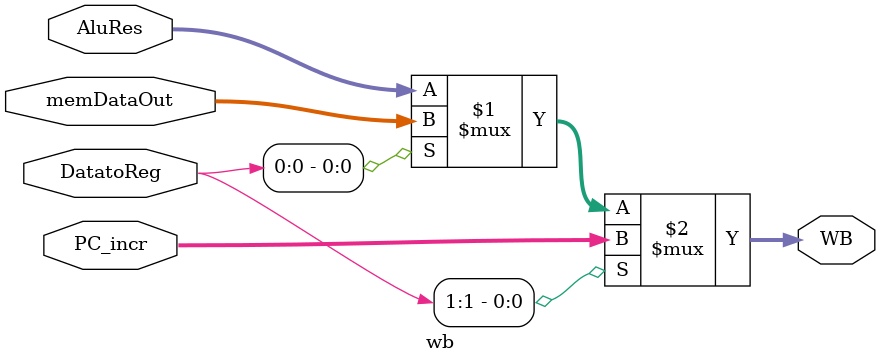
<source format=v>
/*
   CS/ECE 552 Spring '20
  
   Filename        : wb.v
   Description     : This is the module for the overall Write Back stage of the processor.
*/
`default_nettype none
module wb (WB,
            PC_incr, memDataOut, AluRes, DatatoReg);

   parameter OPERAND_WIDTH = 16;
   output wire [OPERAND_WIDTH-1:0] WB;
   input wire [OPERAND_WIDTH-1:0] PC_incr, memDataOut, AluRes;
   input wire [1:0] DatatoReg;

   // TODO: Your code here

   assign WB = DatatoReg[1] ? PC_incr : (DatatoReg[0] ? memDataOut : AluRes);
   
endmodule
`default_nettype wire
</source>
